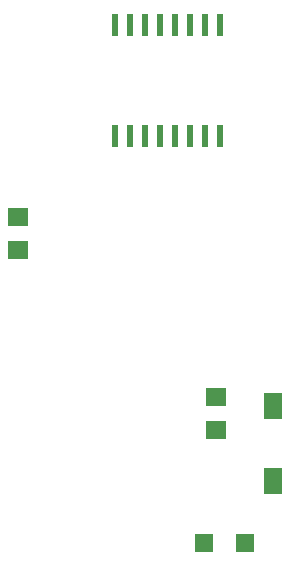
<source format=gtp>
G04 EAGLE Gerber RS-274X export*
G75*
%MOMM*%
%FSLAX34Y34*%
%LPD*%
%INTop Paste*%
%IPPOS*%
%AMOC8*
5,1,8,0,0,1.08239X$1,22.5*%
G01*
%ADD10R,0.533400X1.981200*%
%ADD11R,1.803000X1.600000*%
%ADD12R,1.500000X1.500000*%
%ADD13R,1.600000X2.300000*%


D10*
X336550Y377317D03*
X349250Y377317D03*
X361950Y377317D03*
X374650Y377317D03*
X387350Y377317D03*
X400050Y377317D03*
X412750Y377317D03*
X425450Y377317D03*
X425450Y471043D03*
X412750Y471043D03*
X400050Y471043D03*
X387350Y471043D03*
X374650Y471043D03*
X361950Y471043D03*
X349250Y471043D03*
X336550Y471043D03*
D11*
X254000Y308860D03*
X254000Y280420D03*
D12*
X446760Y33020D03*
X411760Y33020D03*
D13*
X469900Y148340D03*
X469900Y85340D03*
D11*
X421640Y128020D03*
X421640Y156460D03*
M02*

</source>
